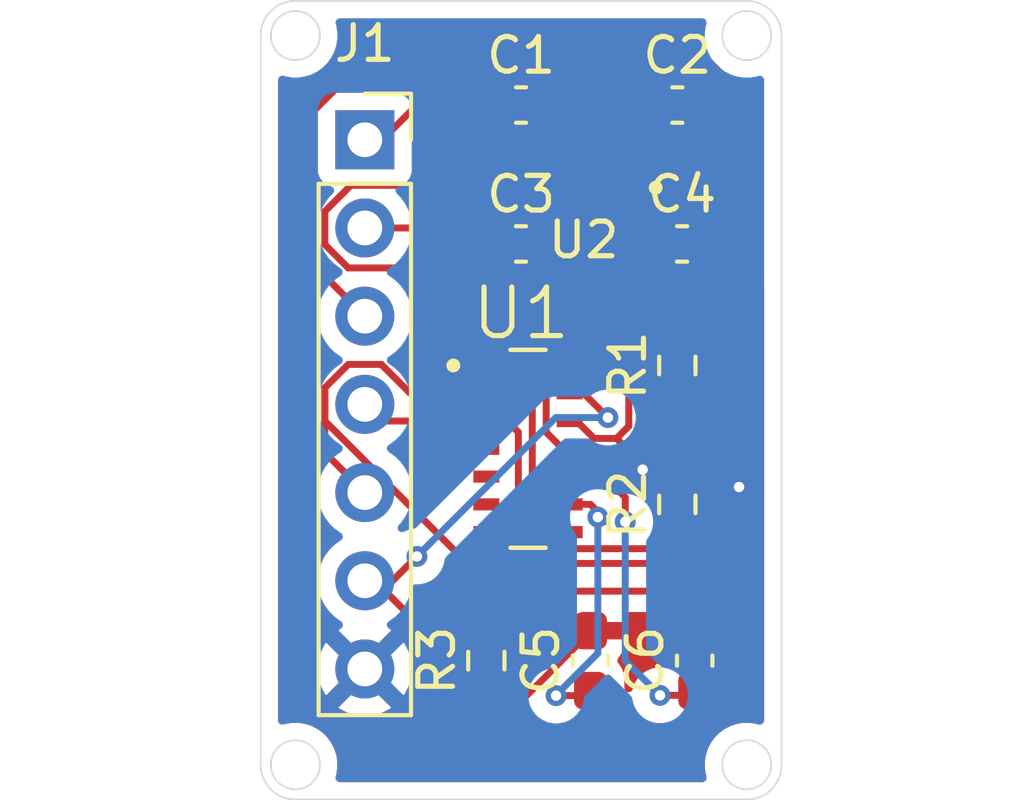
<source format=kicad_pcb>
(kicad_pcb (version 20241229) (generator "pcbnew") (generator_version "9.0")
  (layers (0 "F.Cu" signal) (2 "B.Cu" signal) (13 "F.Paste" user) (15 "B.Paste" user) (5 "F.SilkS" user "F.Silkscreen") (7 "B.SilkS" user "B.Silkscreen") (1 "F.Mask" user) (3 "B.Mask" user) (25 "Edge.Cuts" user))
  (net 0 "")
  (net 1 "/SCL")
  (net 2 "/SDA")
  (net 3 "/INT")
  (net 6 "/VDDIO")
  (net 8 "+3.3V")
  (net 9 "+1V8")
  (net 10 "GND")
  (footprint "Resistor_SMD:R_0603_1608Metric_Pad0.98x0.95mm_HandSolder" (layer "F.Cu") (at 133 92 90)
    (property "Reference" "R2" (at 0 -1.43 90) (layer "F.SilkS"))
    (property "Value" "4.7kΩ")
    (fp_line (start -0.254724 -0.5225) (end 0.254724 -0.5225) (stroke (width 0.12)) (layer "F.SilkS"))
    (fp_line (start -0.254724 0.5225) (end 0.254724 0.5225) (stroke (width 0.12)) (layer "F.SilkS"))
    (pad "1" smd roundrect (at -0.9125 0 90) (size 0.975 0.95) (layers "F.Cu" "F.Mask" "F.Paste") (net 2 "/SDA"))
    (pad "2" smd roundrect (at 0.9125 0 90) (size 0.975 0.95) (layers "F.Cu" "F.Mask" "F.Paste") (net 6 "/VDDIO"))
  )
  (footprint "Resistor_SMD:R_0603_1608Metric_Pad0.98x0.95mm_HandSolder" (layer "F.Cu") (at 133 88 90)
    (property "Reference" "R1" (at 0 -1.43 90) (layer "F.SilkS"))
    (property "Value" "4.7kΩ")
    (fp_line (start -0.254724 -0.5225) (end 0.254724 -0.5225) (stroke (width 0.12)) (layer "F.SilkS"))
    (fp_line (start -0.254724 0.5225) (end 0.254724 0.5225) (stroke (width 0.12)) (layer "F.SilkS"))
    (pad "1" smd roundrect (at -0.9125 0 90) (size 0.975 0.95) (layers "F.Cu" "F.Mask" "F.Paste") (net 1 "/SCL"))
    (pad "2" smd roundrect (at 0.9125 0 90) (size 0.975 0.95) (layers "F.Cu" "F.Mask" "F.Paste") (net 6 "/VDDIO"))
  )
  (footprint "Capacitor_SMD:C_0603_1608Metric_Pad1.08x0.95mm_HandSolder" (layer "F.Cu") (at 128.5 80.5)
    (property "Reference" "C1" (at 0 -1.43 0) (layer "F.SilkS"))
    (property "Value" "10uF")
    (fp_line (start -0.146267 -0.51) (end 0.146267 -0.51) (stroke (width 0.12)) (layer "F.SilkS"))
    (fp_line (start -0.146267 0.51) (end 0.146267 0.51) (stroke (width 0.12)) (layer "F.SilkS"))
    (pad "1" smd roundrect (at -0.8625 0) (size 1.075 0.95) (layers "F.Cu" "F.Mask" "F.Paste") (net 8 "+3.3V"))
    (pad "2" smd roundrect (at 0.8625 0) (size 1.075 0.95) (layers "F.Cu" "F.Mask" "F.Paste") (net 10 "GND"))
  )
  (footprint "Connector_PinSocket_2.54mm:PinSocket_1x07_P2.54mm_Vertical" (layer "F.Cu") (at 124 81.5)
    (property "Reference" "J1" (at 0 -2.77 0) (layer "F.SilkS"))
    (property "Value" "Conn_01x07_Pin")
    (fp_line (start -1.33 1.27) (end -1.33 16.57) (stroke (width 0.12)) (layer "F.SilkS"))
    (fp_line (start -1.33 1.27) (end 1.33 1.27) (stroke (width 0.12)) (layer "F.SilkS"))
    (fp_line (start -1.33 16.57) (end 1.33 16.57) (stroke (width 0.12)) (layer "F.SilkS"))
    (fp_line (start 0 -1.33) (end 1.33 -1.33) (stroke (width 0.12)) (layer "F.SilkS"))
    (fp_line (start 1.33 -1.33) (end 1.33 0) (stroke (width 0.12)) (layer "F.SilkS"))
    (fp_line (start 1.33 1.27) (end 1.33 16.57) (stroke (width 0.12)) (layer "F.SilkS"))
    (pad "1" thru_hole rect (at 0 0) (size 1.7 1.7) (drill 1) (layers "*.Cu" "*.Mask") (net 8 "+3.3V"))
    (pad "2" thru_hole circle (at 0 2.54) (size 1.7 1.7) (drill 1) (layers "*.Cu" "*.Mask") (net 9 "+1V8"))
    (pad "3" thru_hole circle (at 0 5.08) (size 1.7 1.7) (drill 1) (layers "*.Cu" "*.Mask") (net 6 "/VDDIO"))
    (pad "4" thru_hole circle (at 0 7.62) (size 1.7 1.7) (drill 1) (layers "*.Cu" "*.Mask") (net 2 "/SDA"))
    (pad "5" thru_hole circle (at 0 10.16) (size 1.7 1.7) (drill 1) (layers "*.Cu" "*.Mask") (net 1 "/SCL"))
    (pad "6" thru_hole circle (at 0 12.7) (size 1.7 1.7) (drill 1) (layers "*.Cu" "*.Mask") (net 3 "/INT"))
    (pad "7" thru_hole circle (at 0 15.24) (size 1.7 1.7) (drill 1) (layers "*.Cu" "*.Mask") (net 10 "GND"))
  )
  (footprint "Resistor_SMD:R_0603_1608Metric_Pad0.98x0.95mm_HandSolder" (layer "F.Cu") (at 127.5 96.5 90)
    (property "Reference" "R3" (at 0 -1.43 90) (layer "F.SilkS"))
    (property "Value" "4.7kΩ")
    (fp_line (start -0.254724 -0.5225) (end 0.254724 -0.5225) (stroke (width 0.12)) (layer "F.SilkS"))
    (fp_line (start -0.254724 0.5225) (end 0.254724 0.5225) (stroke (width 0.12)) (layer "F.SilkS"))
    (pad "1" smd roundrect (at -0.9125 0 90) (size 0.975 0.95) (layers "F.Cu" "F.Mask" "F.Paste") (net 3 "/INT"))
    (pad "2" smd roundrect (at 0.9125 0 90) (size 0.975 0.95) (layers "F.Cu" "F.Mask" "F.Paste") (net 6 "/VDDIO"))
  )
  (footprint "Capacitor_SMD:C_0603_1608Metric_Pad1.08x0.95mm_HandSolder" (layer "F.Cu") (at 133.5 96.5 90)
    (property "Reference" "C6" (at 0 -1.43 90) (layer "F.SilkS"))
    (property "Value" "1uF")
    (fp_line (start -0.146267 -0.51) (end 0.146267 -0.51) (stroke (width 0.12)) (layer "F.SilkS"))
    (fp_line (start -0.146267 0.51) (end 0.146267 0.51) (stroke (width 0.12)) (layer "F.SilkS"))
    (pad "1" smd roundrect (at -0.8625 0 90) (size 1.075 0.95) (layers "F.Cu" "F.Mask" "F.Paste") (net 9 "+1V8"))
    (pad "2" smd roundrect (at 0.8625 0 90) (size 1.075 0.95) (layers "F.Cu" "F.Mask" "F.Paste") (net 10 "GND"))
  )
  (footprint "Capacitor_SMD:C_0603_1608Metric_Pad1.08x0.95mm_HandSolder" (layer "F.Cu") (at 133 80.5)
    (property "Reference" "C2" (at 0 -1.43 0) (layer "F.SilkS"))
    (property "Value" "0.1uF")
    (fp_line (start -0.146267 -0.51) (end 0.146267 -0.51) (stroke (width 0.12)) (layer "F.SilkS"))
    (fp_line (start -0.146267 0.51) (end 0.146267 0.51) (stroke (width 0.12)) (layer "F.SilkS"))
    (pad "1" smd roundrect (at -0.8625 0) (size 1.075 0.95) (layers "F.Cu" "F.Mask" "F.Paste") (net 8 "+3.3V"))
    (pad "2" smd roundrect (at 0.8625 0) (size 1.075 0.95) (layers "F.Cu" "F.Mask" "F.Paste") (net 10 "GND"))
  )
  (footprint "Capacitor_SMD:C_0603_1608Metric_Pad1.08x0.95mm_HandSolder" (layer "F.Cu") (at 128.5 84.5)
    (property "Reference" "C3" (at 0 -1.43 0) (layer "F.SilkS"))
    (property "Value" "4.7uF")
    (fp_line (start -0.146267 -0.51) (end 0.146267 -0.51) (stroke (width 0.12)) (layer "F.SilkS"))
    (fp_line (start -0.146267 0.51) (end 0.146267 0.51) (stroke (width 0.12)) (layer "F.SilkS"))
    (pad "1" smd roundrect (at -0.8625 0) (size 1.075 0.95) (layers "F.Cu" "F.Mask" "F.Paste") (net 9 "+1V8"))
    (pad "2" smd roundrect (at 0.8625 0) (size 1.075 0.95) (layers "F.Cu" "F.Mask" "F.Paste") (net 10 "GND"))
  )
  (footprint "MAX30102EFD_T:XDCR_MAX30101EFD_" (layer "F.Cu") (at 128.7 90.4)
    (property "Reference" "U1" (at -0.2 -3.9 0) (layer "F.SilkS") (effects (font (size 1.4 1.4))))
    (property "Value" "MAX30102EFD_T")
    (fp_line (start -0.505 -2.85) (end 0.505 -2.85) (stroke (width 0.127)) (layer "F.SilkS"))
    (fp_line (start 0.505 2.85) (end -0.505 2.85) (stroke (width 0.127)) (layer "F.SilkS"))
    (fp_circle (center -2.15 -2.4) (end -2.05 -2.4) (stroke (width 0.2)) (fill no) (layer "F.SilkS"))
    (pad "1" smd rect (at -1.2 -2.4) (size 0.75 0.35) (layers "F.Cu" "F.Mask" "F.Paste"))
    (pad "2" smd rect (at -1.2 -1.6) (size 0.75 0.35) (layers "F.Cu" "F.Mask" "F.Paste") (net 1 "/SCL"))
    (pad "3" smd rect (at -1.2 -0.8) (size 0.75 0.35) (layers "F.Cu" "F.Mask" "F.Paste") (net 2 "/SDA"))
    (pad "4" smd rect (at -1.2 0) (size 0.75 0.35) (layers "F.Cu" "F.Mask" "F.Paste"))
    (pad "5" smd rect (at -1.2 0.8) (size 0.75 0.35) (layers "F.Cu" "F.Mask" "F.Paste"))
    (pad "6" smd rect (at -1.2 1.6) (size 0.75 0.35) (layers "F.Cu" "F.Mask" "F.Paste"))
    (pad "7" smd rect (at -1.2 2.4) (size 0.75 0.35) (layers "F.Cu" "F.Mask" "F.Paste"))
    (pad "8" smd rect (at 1.2 2.4) (size 0.75 0.35) (layers "F.Cu" "F.Mask" "F.Paste"))
    (pad "9" smd rect (at 1.2 1.6) (size 0.75 0.35) (layers "F.Cu" "F.Mask" "F.Paste") (net 8 "+3.3V"))
    (pad "10" smd rect (at 1.2 0.8) (size 0.75 0.35) (layers "F.Cu" "F.Mask" "F.Paste"))
    (pad "11" smd rect (at 1.2 0) (size 0.75 0.35) (layers "F.Cu" "F.Mask" "F.Paste") (net 9 "+1V8"))
    (pad "12" smd rect (at 1.2 -0.8) (size 0.75 0.35) (layers "F.Cu" "F.Mask" "F.Paste") (net 10 "GND"))
    (pad "13" smd rect (at 1.2 -1.6) (size 0.75 0.35) (layers "F.Cu" "F.Mask" "F.Paste") (net 3 "/INT"))
    (pad "14" smd rect (at 1.2 -2.4) (size 0.75 0.35) (layers "F.Cu" "F.Mask" "F.Paste"))
  )
  (footprint "MIC5365_1_8YMT_TZ_snap:VREG_MIC5365-1.8YMT-TZ" (layer "F.Cu") (at 130.9793 82.5 180)
    (property "Reference" "U2" (at 0.675 -1.885 0) (layer "F.SilkS"))
    (property "Value" "MIC5365-1.8YMT-TZ")
    (fp_circle (center -1.397 -0.381) (end -1.297 -0.381) (stroke (width 0.2)) (fill no) (layer "F.SilkS"))
    (pad "1" smd custom (at -0.5207 -0.3125 180) (size 0.1 0.1) (layers "F.Cu") (net 9 "+1V8") (options (clearance outline) (anchor rect)) (primitives (gr_poly (pts (xy -0.3048 -0.1397) (xy -0.3048 0.1397) (xy 0.1778 0.1397) (xy 0.3048 0.0127) (xy 0.3048 -0.1397)) (width 0.01) (fill yes))))
    (pad "2" smd custom (at -0.5207 0.3125 180) (size 0.1 0.1) (layers "F.Cu") (net 10 "GND") (options (clearance outline) (anchor rect)) (primitives (gr_poly (pts (xy -0.3048 0.1397) (xy -0.3048 -0.1397) (xy 0.1778 -0.1397) (xy 0.3048 -0.0127) (xy 0.3048 0.1397)) (width 0.01) (fill yes))))
    (pad "3" smd custom (at 0.5207 0.3125 180) (size 0.1 0.1) (layers "F.Cu") (net 8 "+3.3V") (options (clearance outline) (anchor rect)) (primitives (gr_poly (pts (xy 0.3048 0.1397) (xy 0.3048 -0.1397) (xy -0.1778 -0.1397) (xy -0.3048 -0.0127) (xy -0.3048 0.1397)) (width 0.01) (fill yes))))
    (pad "4" smd custom (at 0.5207 -0.3125 180) (size 0.1 0.1) (layers "F.Cu") (net 8 "+3.3V") (options (clearance outline) (anchor rect)) (primitives (gr_poly (pts (xy 0.3048 -0.1397) (xy 0.3048 0.1397) (xy -0.1778 0.1397) (xy -0.3048 0.0127) (xy -0.3048 -0.1397)) (width 0.01) (fill yes))))
    (pad "EP" smd custom (at 0 0 180) (size 0.1 0.1) (layers "F.Cu") (options (clearance outline) (anchor rect)) (primitives (gr_poly (pts (xy -0.2794 0) (xy 0 0.2794) (xy 0.2794 0) (xy 0 -0.2794)) (width 0.01) (fill yes))))
  )
  (footprint "Capacitor_SMD:C_0603_1608Metric_Pad1.08x0.95mm_HandSolder" (layer "F.Cu") (at 130.5 96.5 90)
    (property "Reference" "C5" (at 0 -1.43 90) (layer "F.SilkS"))
    (property "Value" "1uF")
    (fp_line (start -0.146267 -0.51) (end 0.146267 -0.51) (stroke (width 0.12)) (layer "F.SilkS"))
    (fp_line (start -0.146267 0.51) (end 0.146267 0.51) (stroke (width 0.12)) (layer "F.SilkS"))
    (pad "1" smd roundrect (at -0.8625 0 90) (size 1.075 0.95) (layers "F.Cu" "F.Mask" "F.Paste") (net 8 "+3.3V"))
    (pad "2" smd roundrect (at 0.8625 0 90) (size 1.075 0.95) (layers "F.Cu" "F.Mask" "F.Paste") (net 10 "GND"))
  )
  (footprint "Capacitor_SMD:C_0603_1608Metric_Pad1.08x0.95mm_HandSolder" (layer "F.Cu") (at 133.1375 84.5)
    (property "Reference" "C4" (at 0 -1.43 0) (layer "F.SilkS"))
    (property "Value" "0.1uF")
    (fp_line (start -0.146267 -0.51) (end 0.146267 -0.51) (stroke (width 0.12)) (layer "F.SilkS"))
    (fp_line (start -0.146267 0.51) (end 0.146267 0.51) (stroke (width 0.12)) (layer "F.SilkS"))
    (pad "1" smd roundrect (at -0.8625 0) (size 1.075 0.95) (layers "F.Cu" "F.Mask" "F.Paste") (net 9 "+1V8"))
    (pad "2" smd roundrect (at 0.8625 0) (size 1.075 0.95) (layers "F.Cu" "F.Mask" "F.Paste") (net 10 "GND"))
  )
  (gr_arc (start 135 77.5) (mid 135.707107 77.792893) (end 136 78.5) (stroke (width 0.05)) (layer "Edge.Cuts"))
  (gr_line (start 121 99.5) (end 121 78.5) (stroke (width 0.05)) (layer "Edge.Cuts"))
  (gr_arc (start 122 100.5) (mid 121.292893 100.207107) (end 121 99.5) (stroke (width 0.05)) (layer "Edge.Cuts"))
  (gr_line (start 122 77.5) (end 135 77.5) (stroke (width 0.05)) (layer "Edge.Cuts"))
  (gr_circle (center 122 78.5) (end 122.5 78) (stroke (width 0.05)) (fill no) (layer "Edge.Cuts"))
  (gr_circle (center 135 78.5) (end 134.5 78) (stroke (width 0.05)) (fill no) (layer "Edge.Cuts"))
  (gr_arc (start 136 99.5) (mid 135.707107 100.207107) (end 135 100.5) (stroke (width 0.05)) (layer "Edge.Cuts"))
  (gr_line (start 122 100.5) (end 135 100.5) (stroke (width 0.05)) (layer "Edge.Cuts"))
  (gr_circle (center 122 99.5) (end 122.5 99) (stroke (width 0.05)) (fill no) (layer "Edge.Cuts"))
  (gr_arc (start 121 78.5) (mid 121.292893 77.792893) (end 122 77.5) (stroke (width 0.05)) (layer "Edge.Cuts"))
  (gr_circle (center 135 99.5) (end 135.5 99) (stroke (width 0.05)) (fill no) (layer "Edge.Cuts"))
  (gr_line (start 136 78.5) (end 136 99.5) (stroke (width 0.05)) (layer "Edge.Cuts"))
  (segment (start 122.849 88.64324) (end 122.849 89.59676) (width 0.2) (layer "F.Cu") (net 1))
  (segment (start 133.776 89.6885) (end 133 88.9125) (width 0.2) (layer "F.Cu") (net 1))
  (segment (start 125.30776 88.8) (end 124.47676 87.969) (width 0.2) (layer "F.Cu") (net 1))
  (segment (start 133.776 93.392134) (end 133.776 89.6885) (width 0.2) (layer "F.Cu") (net 1))
  (segment (start 123.52324 87.969) (end 122.849 88.64324) (width 0.2) (layer "F.Cu") (net 1))
  (segment (start 122.849 89.59676) (end 126.95324 93.701) (width 0.2) (layer "F.Cu") (net 1))
  (segment (start 127.5 88.8) (end 125.30776 88.8) (width 0.2) (layer "F.Cu") (net 1))
  (segment (start 124 91.66) (end 122.849 90.509) (width 0.2) (layer "F.Cu") (net 1))
  (segment (start 124.47676 87.969) (end 123.52324 87.969) (width 0.2) (layer "F.Cu") (net 1))
  (segment (start 122.849 90.509) (end 122.849 88.64324) (width 0.2) (layer "F.Cu") (net 1))
  (segment (start 133.467134 93.701) (end 133.776 93.392134) (width 0.2) (layer "F.Cu") (net 1))
  (segment (start 126.95324 93.701) (end 133.467134 93.701) (width 0.2) (layer "F.Cu") (net 1))
  (segment (start 128.422 89.922) (end 128.422 92.474) (width 0.2) (layer "F.Cu") (net 2))
  (segment (start 124 89.12) (end 124.48 89.6) (width 0.2) (layer "F.Cu") (net 2))
  (segment (start 124.48 89.6) (end 127.5 89.6) (width 0.2) (layer "F.Cu") (net 2))
  (segment (start 128.1 89.6) (end 128.422 89.922) (width 0.2) (layer "F.Cu") (net 2))
  (segment (start 128.422 92.474) (end 129.224 93.276) (width 0.2) (layer "F.Cu") (net 2))
  (segment (start 127.5 89.6) (end 128.1 89.6) (width 0.2) (layer "F.Cu") (net 2))
  (segment (start 129.224 93.276) (end 132.6365 93.276) (width 0.2) (layer "F.Cu") (net 2))
  (segment (start 132.6365 93.276) (end 133 92.9125) (width 0.2) (layer "F.Cu") (net 2))
  (segment (start 131 89.5) (end 130.3 88.8) (width 0.2) (layer "F.Cu") (net 3))
  (segment (start 124.2875 94.2) (end 127.5 97.4125) (width 0.2) (layer "F.Cu") (net 3))
  (segment (start 124 94.2) (end 124.2875 94.2) (width 0.2) (layer "F.Cu") (net 3))
  (segment (start 124 94.2) (end 124.8 94.2) (width 0.2) (layer "F.Cu") (net 3))
  (segment (start 124.8 94.2) (end 125.5 93.5) (width 0.2) (layer "F.Cu") (net 3))
  (segment (start 130.3 88.8) (end 129.9 88.8) (width 0.2) (layer "F.Cu") (net 3))
  (via (at 125.5 93.5) (size 0.6) (drill 0.3) (layers "F.Cu" "B.Cu") (net 3))
  (via (at 131 89.5) (size 0.6) (drill 0.3) (layers "F.Cu" "B.Cu") (net 3))
  (segment (start 129.5 89.5) (end 131 89.5) (width 0.2) (layer "B.Cu") (net 3))
  (segment (start 125.5 93.5) (end 129.5 89.5) (width 0.2) (layer "B.Cu") (net 3))
  (segment (start 122.448 80.75) (end 124.099 79.099) (width 0.2) (layer "F.Cu") (net 6))
  (segment (start 133 91.0875) (end 132.224 90.3115) (width 0.2) (layer "F.Cu") (net 6))
  (segment (start 132.532866 88.124) (end 133.467134 88.124) (width 0.2) (layer "F.Cu") (net 6))
  (segment (start 124.099 79.099) (end 133.767134 79.099) (width 0.2) (layer "F.Cu") (net 6))
  (segment (start 134.8385 80.170366) (end 134.8385 85.249) (width 0.2) (layer "F.Cu") (net 6))
  (segment (start 124 86.58) (end 122.448 85.028) (width 0.2) (layer "F.Cu") (net 6))
  (segment (start 134.177 93.558234) (end 133.235234 94.5) (width 0.2) (layer "F.Cu") (net 6))
  (segment (start 132.224 87.8635) (end 132.224 90.3115) (width 0.2) (layer "F.Cu") (net 6))
  (segment (start 132.224 88.432866) (end 132.532866 88.124) (width 0.2) (layer "F.Cu") (net 6))
  (segment (start 122.448 85.028) (end 122.448 80.75) (width 0.2) (layer "F.Cu") (net 6))
  (segment (start 128.5875 94.5) (end 127.5 95.5875) (width 0.2) (layer "F.Cu") (net 6))
  (segment (start 133.467134 88.124) (end 134.177 88.833866) (width 0.2) (layer "F.Cu") (net 6))
  (segment (start 134.8385 85.249) (end 133 87.0875) (width 0.2) (layer "F.Cu") (net 6))
  (segment (start 133.235234 94.5) (end 128.5875 94.5) (width 0.2) (layer "F.Cu") (net 6))
  (segment (start 133.767134 79.099) (end 134.8385 80.170366) (width 0.2) (layer "F.Cu") (net 6))
  (segment (start 133 87.0875) (end 132.224 87.8635) (width 0.2) (layer "F.Cu") (net 6))
  (segment (start 134.177 88.833866) (end 134.177 93.558234) (width 0.2) (layer "F.Cu") (net 6))
  (segment (start 132.224 90.3115) (end 132.224 88.432866) (width 0.2) (layer "F.Cu") (net 6))
  (segment (start 128.823 91.275) (end 129.548 92) (width 0.2) (layer "F.Cu") (net 8))
  (segment (start 123.59974 82.8125) (end 122.849 83.56324) (width 0.2) (layer "F.Cu") (net 8))
  (segment (start 130.4586 82.8125) (end 123.59974 82.8125) (width 0.2) (layer "F.Cu") (net 8))
  (segment (start 130.3039 82.3422) (end 130.4586 82.1875) (width 0.2) (layer "F.Cu") (net 8))
  (segment (start 130.4586 82.8125) (end 130.3039 82.6578) (width 0.2) (layer "F.Cu") (net 8))
  (segment (start 124.5 81.5) (end 125.5 80.5) (width 0.2) (layer "F.Cu") (net 8))
  (segment (start 129.9 92) (end 130.5 92) (width 0.2) (layer "F.Cu") (net 8))
  (segment (start 129.508332 97.508332) (end 130.354168 97.508332) (width 0.2) (layer "F.Cu") (net 8))
  (segment (start 122.849 84.51676) (end 123.52324 85.191) (width 0.2) (layer "F.Cu") (net 8))
  (segment (start 124 81.5) (end 124.5 81.5) (width 0.2) (layer "F.Cu") (net 8))
  (segment (start 128.6375 79.5) (end 127.6375 80.5) (width 0.2) (layer "F.Cu") (net 8))
  (segment (start 130.354168 97.508332) (end 130.5 97.3625) (width 0.2) (layer "F.Cu") (net 8))
  (segment (start 130.5 92) (end 130.899 92.399) (width 0.2) (layer "F.Cu") (net 8))
  (segment (start 131.1375 79.5) (end 128.6375 79.5) (width 0.2) (layer "F.Cu") (net 8))
  (segment (start 125.843 85.191) (end 128.823 88.171) (width 0.2) (layer "F.Cu") (net 8))
  (segment (start 132.1375 80.5) (end 131.1375 79.5) (width 0.2) (layer "F.Cu") (net 8))
  (segment (start 130.899 92.5) (end 130.843645 92.5) (width 0.2) (layer "F.Cu") (net 8))
  (segment (start 127.6375 80.5) (end 129.325 82.1875) (width 0.2) (layer "F.Cu") (net 8))
  (segment (start 128.823 88.171) (end 128.823 91.275) (width 0.2) (layer "F.Cu") (net 8))
  (segment (start 130.843645 92.5) (end 130.711061 92.367416) (width 0.2) (layer "F.Cu") (net 8))
  (segment (start 130.899 92.399) (end 130.899 92.5) (width 0.2) (layer "F.Cu") (net 8))
  (segment (start 129.325 82.1875) (end 130.4586 82.1875) (width 0.2) (layer "F.Cu") (net 8))
  (segment (start 130.3039 82.6578) (end 130.3039 82.3422) (width 0.2) (layer "F.Cu") (net 8))
  (segment (start 122.849 83.56324) (end 122.849 84.51676) (width 0.2) (layer "F.Cu") (net 8))
  (segment (start 125.5 80.5) (end 127.6375 80.5) (width 0.2) (layer "F.Cu") (net 8))
  (segment (start 129.548 92) (end 129.9 92) (width 0.2) (layer "F.Cu") (net 8))
  (segment (start 123.52324 85.191) (end 125.843 85.191) (width 0.2) (layer "F.Cu") (net 8))
  (via (at 129.508332 97.508332) (size 0.6) (drill 0.3) (layers "F.Cu" "B.Cu") (net 8))
  (via (at 130.711061 92.367416) (size 0.6) (drill 0.3) (layers "F.Cu" "B.Cu") (net 8))
  (segment (start 130.711061 96.288939) (end 129.5 97.5) (width 0.2) (layer "B.Cu") (net 8))
  (segment (start 129.5 97.5) (end 129.508332 97.508332) (width 0.2) (layer "B.Cu") (net 8))
  (segment (start 130.711061 92.367416) (end 130.711061 96.288939) (width 0.2) (layer "B.Cu") (net 8))
  (segment (start 127.6375 84.5) (end 129.224 86.0865) (width 0.2) (layer "F.Cu") (net 9))
  (segment (start 128.4135 83.724) (end 130.5885 83.724) (width 0.2) (layer "F.Cu") (net 9))
  (segment (start 127.1775 84.04) (end 127.6375 84.5) (width 0.2) (layer "F.Cu") (net 9))
  (segment (start 127.6375 84.5) (end 128.4135 83.724) (width 0.2) (layer "F.Cu") (net 9))
  (segment (start 129.224 86.0865) (end 129.224 89.924) (width 0.2) (layer "F.Cu") (net 9))
  (segment (start 132.275 84.5) (end 132.275 83.5875) (width 0.2) (layer "F.Cu") (net 9))
  (segment (start 130.5885 83.724) (end 131.5 82.8125) (width 0.2) (layer "F.Cu") (net 9))
  (segment (start 132.5 97.5) (end 133.3625 97.5) (width 0.2) (layer "F.Cu") (net 9))
  (segment (start 129.7 90.4) (end 129.9 90.4) (width 0.2) (layer "F.Cu") (net 9))
  (segment (start 131.5 91.8) (end 131.5 92.5) (width 0.2) (layer "F.Cu") (net 9))
  (segment (start 132.275 83.5875) (end 131.5 82.8125) (width 0.2) (layer "F.Cu") (net 9))
  (segment (start 124 84.04) (end 127.1775 84.04) (width 0.2) (layer "F.Cu") (net 9))
  (segment (start 129.224 89.924) (end 129.7 90.4) (width 0.2) (layer "F.Cu") (net 9))
  (segment (start 133.3625 97.5) (end 133.5 97.3625) (width 0.2) (layer "F.Cu") (net 9))
  (segment (start 129.9 90.4) (end 130.1 90.4) (width 0.2) (layer "F.Cu") (net 9))
  (segment (start 130.1 90.4) (end 131.5 91.8) (width 0.2) (layer "F.Cu") (net 9))
  (via (at 132.5 97.5) (size 0.6) (drill 0.3) (layers "F.Cu" "B.Cu") (net 9))
  (via (at 131.5 92.5) (size 0.6) (drill 0.3) (layers "F.Cu" "B.Cu") (net 9))
  (segment (start 131.5 92.5) (end 131.5 96.5) (width 0.2) (layer "B.Cu") (net 9))
  (segment (start 131.5 96.5) (end 132.5 97.5) (width 0.2) (layer "B.Cu") (net 9))
  (segment (start 131.765854 82.1875) (end 133.1135 83.535146) (width 0.2) (layer "F.Cu") (net 10))
  (segment (start 132.804634 85.276) (end 130.1385 85.276) (width 0.2) (layer "F.Cu") (net 10))
  (segment (start 133.8625 80.5) (end 132.175 82.1875) (width 0.2) (layer "F.Cu") (net 10))
  (segment (start 134.777 94.3605) (end 134.777 91.5) (width 0.2) (layer "F.Cu") (net 10))
  (segment (start 132.175 82.1875) (end 132 82.1875) (width 0.2) (layer "F.Cu") (net 10))
  (segment (start 133.1135 83.535146) (end 133.1135 84.967134) (width 0.2) (layer "F.Cu") (net 10))
  (segment (start 132 82.1875) (end 131.5 82.1875) (width 0.2) (layer "F.Cu") (net 10))
  (segment (start 132 91) (end 132 90.852057) (width 0.2) (layer "F.Cu") (net 10))
  (segment (start 131.601 89.748943) (end 131.601 86.479634) (width 0.2) (layer "F.Cu") (net 10))
  (segment (start 132 82.421646) (end 132 82.1875) (width 0.2) (layer "F.Cu") (net 10))
  (segment (start 124 96.74) (end 125.461 98.201) (width 0.2) (layer "F.Cu") (net 10))
  (segment (start 134 84.5) (end 134 84.421646) (width 0.2) (layer "F.Cu") (net 10))
  (segment (start 129.8125 80.5) (end 131.5 82.1875) (width 0.2) (layer "F.Cu") (net 10))
  (segment (start 125.461 98.201) (end 127.967134 98.201) (width 0.2) (layer "F.Cu") (net 10))
  (segment (start 130.601 90.101) (end 131.248943 90.101) (width 0.2) (layer "F.Cu") (net 10))
  (segment (start 131.601 86.479634) (end 132.804634 85.276) (width 0.2) (layer "F.Cu") (net 10))
  (segment (start 133.1135 84.967134) (end 132.804634 85.276) (width 0.2) (layer "F.Cu") (net 10))
  (segment (start 130.5 95.668134) (end 130.5 95.6375) (width 0.2) (layer "F.Cu") (net 10))
  (segment (start 134 84.421646) (end 132 82.421646) (width 0.2) (layer "F.Cu") (net 10))
  (segment (start 127.967134 98.201) (end 130.5 95.668134) (width 0.2) (layer "F.Cu") (net 10))
  (segment (start 132 90.852057) (end 131.248943 90.101) (width 0.2) (layer "F.Cu") (net 10))
  (segment (start 129.9 89.6) (end 130.1 89.6) (width 0.2) (layer "F.Cu") (net 10))
  (segment (start 133.5 95.6375) (end 130.5 95.6375) (width 0.2) (layer "F.Cu") (net 10))
  (segment (start 130.1 89.6) (end 130.601 90.101) (width 0.2) (layer "F.Cu") (net 10))
  (segment (start 131.5 82.1875) (end 131.765854 82.1875) (width 0.2) (layer "F.Cu") (net 10))
  (segment (start 130.1385 85.276) (end 129.3625 84.5) (width 0.2) (layer "F.Cu") (net 10))
  (segment (start 131.248943 90.101) (end 131.601 89.748943) (width 0.2) (layer "F.Cu") (net 10))
  (segment (start 129.3625 80.5) (end 129.8125 80.5) (width 0.2) (layer "F.Cu") (net 10))
  (segment (start 133.5 95.6375) (end 134.777 94.3605) (width 0.2) (layer "F.Cu") (net 10))
  (via (at 134.777 91.5) (size 0.6) (drill 0.3) (layers "F.Cu" "B.Cu") (net 10))
  (via (at 132 91) (size 0.6) (drill 0.3) (layers "F.Cu" "B.Cu") (net 10))
  (segment (start 134.777 91.5) (end 132.5 91.5) (width 0.2) (layer "B.Cu") (net 10))
  (segment (start 132.5 91.5) (end 132 91) (width 0.2) (layer "B.Cu") (net 10))
  (zone (net 10) (net_name "GND") (layers "F.Cu" "B.Cu") (connect_pads (clearance 0.5)) (min_thickness 0.25) (fill yes (thermal_gap 0.5) (thermal_bridge_width 0.5))
    (polygon (pts (xy 121 77.5) (xy 136 77.5) (xy 136 100.5) (xy 121 100.5)))
  )
)
</source>
